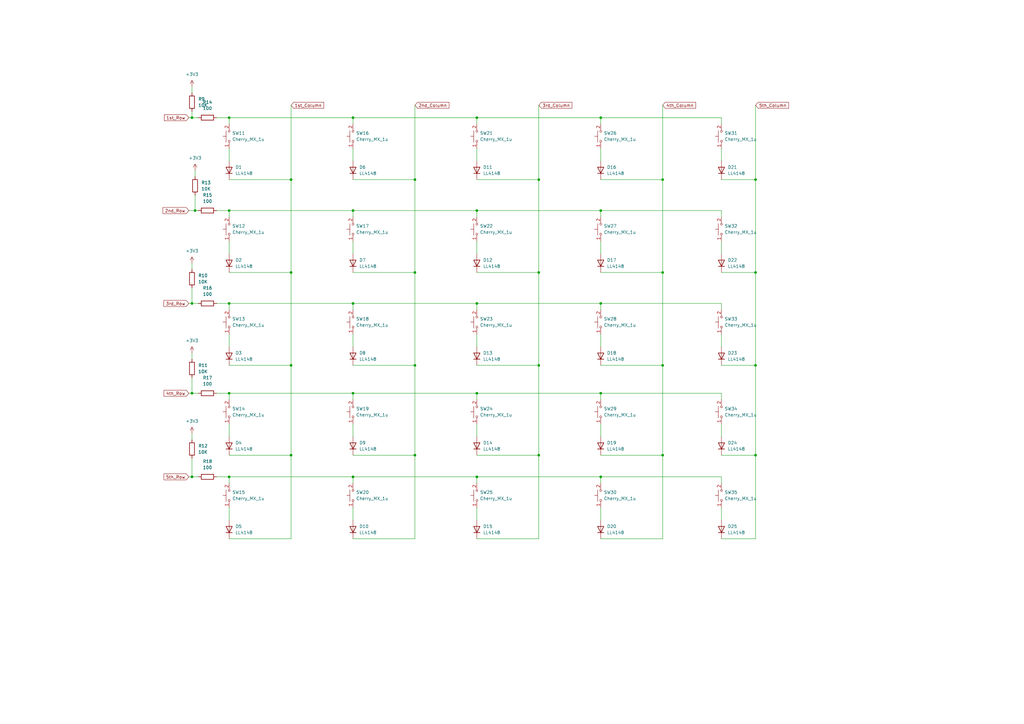
<source format=kicad_sch>
(kicad_sch (version 20211123) (generator eeschema)
  (paper "A3")
  (lib_symbols
    (symbol "Device:R" (pin_numbers hide) (pin_names (offset 0))
      (property "Reference" "R" (at 2.032 0 90))
      (property "Value" "R" (at 0 0 90))
      (symbol "R_0_1"
        (rectangle (start -1.016 -2.54) (end 1.016 2.54) (stroke (width 0.254)))
      )
      (symbol "R_1_1"
        (pin passive line (at 0 3.81 270) (length 1.27) (name "~") (number "1"))
        (pin passive line (at 0 -3.81 90) (length 1.27) (name "~") (number "2"))
      )
    )
    (symbol "Diode:LL4148" (pin_numbers hide) (pin_names (offset 1.016) hide)
      (property "Reference" "D" (at 0 2.54 0))
      (property "Value" "LL4148" (at 0 -2.54 0))
      (symbol "LL4148_0_1"
        (polyline (pts (xy -1.27 1.27) (xy -1.27 -1.27)) (stroke (width 0.254)))
        (polyline (pts (xy 1.27 0) (xy -1.27 0)))
        (polyline (pts (xy 1.27 1.27) (xy 1.27 -1.27) (xy -1.27 0) (xy 1.27 1.27)) (stroke (width 0.254)))
      )
      (symbol "LL4148_1_1"
        (pin passive line (at -3.81 0 0) (length 2.54) (name "K") (number "1"))
        (pin passive line (at 3.81 0 180) (length 2.54) (name "A") (number "2"))
      )
    )
    (symbol "cherry_mx:Cherry_MX_1u"
      (property "Reference" "SW" (at 0 3.81 0))
      (property "Value" "Cherry_MX_1u" (at 0 -3.81 0))
      (symbol "Cherry_MX_1u_0_1"
        (circle (center -2.032 0) (radius 0.3885))
        (polyline (pts (xy -2.54 1.27) (xy 2.286 1.27)))
        (polyline (pts (xy 0 1.27) (xy 0 2.54)))
        (circle (center 2.032 0) (radius 0.381))
      )
      (symbol "Cherry_MX_1u_1_1"
        (pin passive line (at -5.08 0 0) (length 2.54) (name "") (number "1"))
        (pin passive line (at 5.08 0 180) (length 2.54) (name "") (number "2"))
      )
    )
    (symbol "power:+3.3V" (power) (pin_names (offset 0))
      (property "Value" "+3.3V" (at 0 3.556 0))
      (symbol "+3.3V_0_1"
        (polyline (pts (xy -0.762 1.27) (xy 0 2.54)))
        (polyline (pts (xy 0 0) (xy 0 2.54)))
        (polyline (pts (xy 0 2.54) (xy 0.762 1.27)))
      )
      (symbol "+3.3V_1_1"
        (pin power_in line (at 0 0 90) (length 0) hide (name "+3V3") (number "1"))
      )
    )
  )
  (junction (at 93.98 48.26))
  (junction (at 271.78 149.86))
  (junction (at 195.58 124.46))
  (junction (at 246.38 124.46))
  (junction (at 80.01 86.36))
  (junction (at 144.78 48.26))
  (junction (at 144.78 124.46))
  (junction (at 271.78 111.76))
  (junction (at 144.78 161.29))
  (junction (at 119.38 111.76))
  (junction (at 195.58 195.58))
  (junction (at 246.38 195.58))
  (junction (at 78.74 161.29))
  (junction (at 246.38 48.26))
  (junction (at 220.98 73.66))
  (junction (at 220.98 111.76))
  (junction (at 144.78 86.36))
  (junction (at 246.38 86.36))
  (junction (at 93.98 195.58))
  (junction (at 144.78 195.58))
  (junction (at 93.98 86.36))
  (junction (at 170.18 186.69))
  (junction (at 195.58 48.26))
  (junction (at 271.78 73.66))
  (junction (at 195.58 86.36))
  (junction (at 119.38 73.66))
  (junction (at 170.18 111.76))
  (junction (at 195.58 161.29))
  (junction (at 246.38 161.29))
  (junction (at 220.98 149.86))
  (junction (at 271.78 186.69))
  (junction (at 309.88 149.86))
  (junction (at 309.88 186.69))
  (junction (at 78.74 195.58))
  (junction (at 309.88 111.76))
  (junction (at 119.38 149.86))
  (junction (at 220.98 186.69))
  (junction (at 309.88 73.66))
  (junction (at 170.18 149.86))
  (junction (at 78.74 48.26))
  (junction (at 119.38 186.69))
  (junction (at 93.98 124.46))
  (junction (at 78.74 124.46))
  (junction (at 93.98 161.29))
  (junction (at 170.18 73.66))
  (wire (pts (xy 246.38 208.28) (xy 246.38 213.36)))
  (wire (pts (xy 220.98 186.69) (xy 195.58 186.69)))
  (wire (pts (xy 144.78 50.8) (xy 144.78 48.26)))
  (wire (pts (xy 78.74 161.29) (xy 81.28 161.29)))
  (wire (pts (xy 88.9 195.58) (xy 93.98 195.58)))
  (wire (pts (xy 195.58 73.66) (xy 220.98 73.66)))
  (wire (pts (xy 220.98 220.98) (xy 195.58 220.98)))
  (wire (pts (xy 78.74 107.95) (xy 78.74 110.49)))
  (wire (pts (xy 170.18 43.18) (xy 170.18 73.66)))
  (wire (pts (xy 119.38 220.98) (xy 93.98 220.98)))
  (wire (pts (xy 195.58 161.29) (xy 246.38 161.29)))
  (wire (pts (xy 78.74 187.96) (xy 78.74 195.58)))
  (wire (pts (xy 295.91 124.46) (xy 295.91 127)))
  (wire (pts (xy 271.78 220.98) (xy 246.38 220.98)))
  (wire (pts (xy 93.98 173.99) (xy 93.98 179.07)))
  (wire (pts (xy 78.74 195.58) (xy 81.28 195.58)))
  (wire (pts (xy 246.38 195.58) (xy 295.91 195.58)))
  (wire (pts (xy 77.47 195.58) (xy 78.74 195.58)))
  (wire (pts (xy 77.47 86.36) (xy 80.01 86.36)))
  (wire (pts (xy 309.88 149.86) (xy 309.88 186.69)))
  (wire (pts (xy 78.74 177.8) (xy 78.74 180.34)))
  (wire (pts (xy 246.38 195.58) (xy 246.38 198.12)))
  (wire (pts (xy 144.78 73.66) (xy 170.18 73.66)))
  (wire (pts (xy 80.01 86.36) (xy 81.28 86.36)))
  (wire (pts (xy 195.58 137.16) (xy 195.58 142.24)))
  (wire (pts (xy 170.18 111.76) (xy 170.18 149.86)))
  (wire (pts (xy 93.98 127) (xy 93.98 124.46)))
  (wire (pts (xy 246.38 86.36) (xy 246.38 88.9)))
  (wire (pts (xy 195.58 195.58) (xy 195.58 198.12)))
  (wire (pts (xy 309.88 220.98) (xy 295.91 220.98)))
  (wire (pts (xy 220.98 149.86) (xy 220.98 186.69)))
  (wire (pts (xy 309.88 73.66) (xy 309.88 111.76)))
  (wire (pts (xy 309.88 111.76) (xy 309.88 149.86)))
  (wire (pts (xy 295.91 208.28) (xy 295.91 213.36)))
  (wire (pts (xy 93.98 208.28) (xy 93.98 213.36)))
  (wire (pts (xy 309.88 43.18) (xy 309.88 73.66)))
  (wire (pts (xy 93.98 60.96) (xy 93.98 66.04)))
  (wire (pts (xy 119.38 149.86) (xy 93.98 149.86)))
  (wire (pts (xy 80.01 80.01) (xy 80.01 86.36)))
  (wire (pts (xy 119.38 43.18) (xy 119.38 73.66)))
  (wire (pts (xy 220.98 111.76) (xy 220.98 149.86)))
  (wire (pts (xy 295.91 111.76) (xy 309.88 111.76)))
  (wire (pts (xy 170.18 186.69) (xy 170.18 220.98)))
  (wire (pts (xy 93.98 161.29) (xy 144.78 161.29)))
  (wire (pts (xy 78.74 154.94) (xy 78.74 161.29)))
  (wire (pts (xy 246.38 124.46) (xy 295.91 124.46)))
  (wire (pts (xy 78.74 124.46) (xy 81.28 124.46)))
  (wire (pts (xy 144.78 124.46) (xy 144.78 127)))
  (wire (pts (xy 119.38 186.69) (xy 93.98 186.69)))
  (wire (pts (xy 195.58 99.06) (xy 195.58 104.14)))
  (wire (pts (xy 295.91 86.36) (xy 295.91 88.9)))
  (wire (pts (xy 93.98 198.12) (xy 93.98 195.58)))
  (wire (pts (xy 220.98 43.18) (xy 220.98 73.66)))
  (wire (pts (xy 295.91 60.96) (xy 295.91 66.04)))
  (wire (pts (xy 144.78 124.46) (xy 195.58 124.46)))
  (wire (pts (xy 77.47 48.26) (xy 78.74 48.26)))
  (wire (pts (xy 309.88 149.86) (xy 295.91 149.86)))
  (wire (pts (xy 246.38 161.29) (xy 246.38 163.83)))
  (wire (pts (xy 78.74 45.72) (xy 78.74 48.26)))
  (wire (pts (xy 144.78 161.29) (xy 195.58 161.29)))
  (wire (pts (xy 195.58 48.26) (xy 195.58 50.8)))
  (wire (pts (xy 88.9 86.36) (xy 93.98 86.36)))
  (wire (pts (xy 144.78 195.58) (xy 195.58 195.58)))
  (wire (pts (xy 80.01 69.85) (xy 80.01 72.39)))
  (wire (pts (xy 77.47 124.46) (xy 78.74 124.46)))
  (wire (pts (xy 93.98 111.76) (xy 119.38 111.76)))
  (wire (pts (xy 170.18 149.86) (xy 170.18 186.69)))
  (wire (pts (xy 246.38 48.26) (xy 246.38 50.8)))
  (wire (pts (xy 119.38 111.76) (xy 119.38 149.86)))
  (wire (pts (xy 144.78 48.26) (xy 195.58 48.26)))
  (wire (pts (xy 195.58 124.46) (xy 246.38 124.46)))
  (wire (pts (xy 309.88 186.69) (xy 309.88 220.98)))
  (wire (pts (xy 144.78 173.99) (xy 144.78 179.07)))
  (wire (pts (xy 246.38 137.16) (xy 246.38 142.24)))
  (wire (pts (xy 144.78 86.36) (xy 195.58 86.36)))
  (wire (pts (xy 246.38 173.99) (xy 246.38 179.07)))
  (wire (pts (xy 295.91 195.58) (xy 295.91 198.12)))
  (wire (pts (xy 170.18 111.76) (xy 144.78 111.76)))
  (wire (pts (xy 246.38 86.36) (xy 295.91 86.36)))
  (wire (pts (xy 144.78 86.36) (xy 144.78 88.9)))
  (wire (pts (xy 309.88 186.69) (xy 295.91 186.69)))
  (wire (pts (xy 119.38 149.86) (xy 119.38 186.69)))
  (wire (pts (xy 144.78 137.16) (xy 144.78 142.24)))
  (wire (pts (xy 78.74 48.26) (xy 81.28 48.26)))
  (wire (pts (xy 271.78 149.86) (xy 246.38 149.86)))
  (wire (pts (xy 271.78 111.76) (xy 271.78 149.86)))
  (wire (pts (xy 78.74 35.56) (xy 78.74 38.1)))
  (wire (pts (xy 195.58 48.26) (xy 246.38 48.26)))
  (wire (pts (xy 93.98 163.83) (xy 93.98 161.29)))
  (wire (pts (xy 246.38 124.46) (xy 246.38 127)))
  (wire (pts (xy 88.9 48.26) (xy 93.98 48.26)))
  (wire (pts (xy 195.58 161.29) (xy 195.58 163.83)))
  (wire (pts (xy 195.58 86.36) (xy 195.58 88.9)))
  (wire (pts (xy 144.78 208.28) (xy 144.78 213.36)))
  (wire (pts (xy 170.18 186.69) (xy 144.78 186.69)))
  (wire (pts (xy 295.91 173.99) (xy 295.91 179.07)))
  (wire (pts (xy 119.38 73.66) (xy 119.38 111.76)))
  (wire (pts (xy 144.78 195.58) (xy 144.78 198.12)))
  (wire (pts (xy 246.38 60.96) (xy 246.38 66.04)))
  (wire (pts (xy 220.98 73.66) (xy 220.98 111.76)))
  (wire (pts (xy 88.9 161.29) (xy 93.98 161.29)))
  (wire (pts (xy 93.98 86.36) (xy 144.78 86.36)))
  (wire (pts (xy 93.98 73.66) (xy 119.38 73.66)))
  (wire (pts (xy 195.58 208.28) (xy 195.58 213.36)))
  (wire (pts (xy 195.58 195.58) (xy 246.38 195.58)))
  (wire (pts (xy 295.91 48.26) (xy 295.91 50.8)))
  (wire (pts (xy 119.38 186.69) (xy 119.38 220.98)))
  (wire (pts (xy 77.47 161.29) (xy 78.74 161.29)))
  (wire (pts (xy 295.91 73.66) (xy 309.88 73.66)))
  (wire (pts (xy 271.78 149.86) (xy 271.78 186.69)))
  (wire (pts (xy 195.58 124.46) (xy 195.58 127)))
  (wire (pts (xy 93.98 124.46) (xy 144.78 124.46)))
  (wire (pts (xy 246.38 73.66) (xy 271.78 73.66)))
  (wire (pts (xy 144.78 161.29) (xy 144.78 163.83)))
  (wire (pts (xy 295.91 161.29) (xy 295.91 163.83)))
  (wire (pts (xy 271.78 43.18) (xy 271.78 73.66)))
  (wire (pts (xy 246.38 48.26) (xy 295.91 48.26)))
  (wire (pts (xy 271.78 73.66) (xy 271.78 111.76)))
  (wire (pts (xy 246.38 161.29) (xy 295.91 161.29)))
  (wire (pts (xy 93.98 137.16) (xy 93.98 142.24)))
  (wire (pts (xy 295.91 137.16) (xy 295.91 142.24)))
  (wire (pts (xy 93.98 195.58) (xy 144.78 195.58)))
  (wire (pts (xy 246.38 99.06) (xy 246.38 104.14)))
  (wire (pts (xy 195.58 173.99) (xy 195.58 179.07)))
  (wire (pts (xy 220.98 186.69) (xy 220.98 220.98)))
  (wire (pts (xy 195.58 86.36) (xy 246.38 86.36)))
  (wire (pts (xy 170.18 73.66) (xy 170.18 111.76)))
  (wire (pts (xy 271.78 186.69) (xy 271.78 220.98)))
  (wire (pts (xy 93.98 99.06) (xy 93.98 104.14)))
  (wire (pts (xy 271.78 186.69) (xy 246.38 186.69)))
  (wire (pts (xy 93.98 88.9) (xy 93.98 86.36)))
  (wire (pts (xy 195.58 111.76) (xy 220.98 111.76)))
  (wire (pts (xy 88.9 124.46) (xy 93.98 124.46)))
  (wire (pts (xy 78.74 144.78) (xy 78.74 147.32)))
  (wire (pts (xy 144.78 60.96) (xy 144.78 66.04)))
  (wire (pts (xy 144.78 99.06) (xy 144.78 104.14)))
  (wire (pts (xy 246.38 111.76) (xy 271.78 111.76)))
  (wire (pts (xy 93.98 48.26) (xy 144.78 48.26)))
  (wire (pts (xy 195.58 60.96) (xy 195.58 66.04)))
  (wire (pts (xy 295.91 99.06) (xy 295.91 104.14)))
  (wire (pts (xy 220.98 149.86) (xy 195.58 149.86)))
  (wire (pts (xy 170.18 220.98) (xy 144.78 220.98)))
  (wire (pts (xy 93.98 48.26) (xy 93.98 50.8)))
  (wire (pts (xy 78.74 118.11) (xy 78.74 124.46)))
  (wire (pts (xy 170.18 149.86) (xy 144.78 149.86)))
  (global_label "1st_Row" (shape input) (at 77.47 48.26 180) (property "Intersheet References" "${INTERSHEET_REFS}" (effects hide)))
  (global_label "1st_Column" (shape input) (at 119.38 43.18 0) (property "Intersheet References" "${INTERSHEET_REFS}" (effects hide)))
  (global_label "5th_Row" (shape input) (at 77.47 195.58 180) (property "Intersheet References" "${INTERSHEET_REFS}" (effects hide)))
  (global_label "2nd_Column" (shape input) (at 170.18 43.18 0) (property "Intersheet References" "${INTERSHEET_REFS}" (effects hide)))
  (global_label "4th_Column" (shape input) (at 271.78 43.18 0) (property "Intersheet References" "${INTERSHEET_REFS}" (effects hide)))
  (global_label "2nd_Row" (shape input) (at 77.47 86.36 180) (property "Intersheet References" "${INTERSHEET_REFS}" (effects hide)))
  (global_label "5th_Column" (shape input) (at 309.88 43.18 0) (property "Intersheet References" "${INTERSHEET_REFS}" (effects hide)))
  (global_label "3rd_Column" (shape input) (at 220.98 43.18 0) (property "Intersheet References" "${INTERSHEET_REFS}" (effects hide)))
  (global_label "3rd_Row" (shape input) (at 77.47 124.46 180) (property "Intersheet References" "${INTERSHEET_REFS}" (effects hide)))
  (global_label "4th_Row" (shape input) (at 77.47 161.29 180) (property "Intersheet References" "${INTERSHEET_REFS}" (effects hide)))
  (symbol (lib_id "Diode:LL4148") (at 246.38 217.17 90) (unit 1)
    (property "Reference" "D20" (at 248.92 215.8999 90) (effects (justify right)))
    (property "Value" "LL4148" (at 248.92 218.4399 90) (effects (justify right)))
    (property "Footprint" "Diode_SMD:D_MiniMELF" (effects hide))
    (property "Datasheet" "http://www.vishay.com/docs/85557/ll4148.pdf" (effects hide))
  )
  (symbol (lib_id "Diode:LL4148") (at 144.78 182.88 90) (unit 1)
    (property "Reference" "D9" (at 147.32 181.6099 90) (effects (justify right)))
    (property "Value" "LL4148" (at 147.32 184.1499 90) (effects (justify right)))
    (property "Footprint" "Diode_SMD:D_MiniMELF" (effects hide))
    (property "Datasheet" "http://www.vishay.com/docs/85557/ll4148.pdf" (effects hide))
  )
  (symbol (lib_id "Device:R") (at 78.74 41.91 180) (unit 1)
    (property "Reference" "R9" (at 81.28 40.6399 0) (effects (justify right)))
    (property "Value" "10K" (at 81.28 43.1799 0) (effects (justify right)))
    (property "Footprint" "Resistor_SMD:R_0805_2012Metric_Pad1.20x1.40mm_HandSolder" (effects hide))
  )
  (symbol (lib_id "Diode:LL4148") (at 195.58 217.17 90) (unit 1)
    (property "Reference" "D15" (at 198.12 215.8999 90) (effects (justify right)))
    (property "Value" "LL4148" (at 198.12 218.4399 90) (effects (justify right)))
    (property "Footprint" "Diode_SMD:D_MiniMELF" (effects hide))
    (property "Datasheet" "http://www.vishay.com/docs/85557/ll4148.pdf" (effects hide))
  )
  (symbol (lib_id "cherry_mx:Cherry_MX_1u") (at 195.58 168.91 90) (unit 1)
    (property "Reference" "SW24" (at 196.85 167.6399 90) (effects (justify right)))
    (property "Value" "Cherry_MX_1u" (at 196.85 170.1799 90) (effects (justify right)))
    (property "Footprint" "cherry_mx:SW_Cherry_MX_PCB_1.00u" (effects hide))
  )
  (symbol (lib_id "Diode:LL4148") (at 93.98 217.17 90) (unit 1)
    (property "Reference" "D5" (at 96.52 215.8999 90) (effects (justify right)))
    (property "Value" "LL4148" (at 96.52 218.4399 90) (effects (justify right)))
    (property "Footprint" "Diode_SMD:D_MiniMELF" (effects hide))
    (property "Datasheet" "http://www.vishay.com/docs/85557/ll4148.pdf" (effects hide))
  )
  (symbol (lib_id "cherry_mx:Cherry_MX_1u") (at 144.78 168.91 90) (unit 1)
    (property "Reference" "SW19" (at 146.05 167.6399 90) (effects (justify right)))
    (property "Value" "Cherry_MX_1u" (at 146.05 170.1799 90) (effects (justify right)))
    (property "Footprint" "cherry_mx:SW_Cherry_MX_PCB_1.00u" (effects hide))
  )
  (symbol (lib_id "cherry_mx:Cherry_MX_1u") (at 195.58 203.2 90) (unit 1)
    (property "Reference" "SW25" (at 196.85 201.9299 90) (effects (justify right)))
    (property "Value" "Cherry_MX_1u" (at 196.85 204.4699 90) (effects (justify right)))
    (property "Footprint" "cherry_mx:SW_Cherry_MX_PCB_1.00u" (effects hide))
  )
  (symbol (lib_id "cherry_mx:Cherry_MX_1u") (at 295.91 203.2 90) (unit 1)
    (property "Reference" "SW35" (at 297.18 201.9299 90) (effects (justify right)))
    (property "Value" "Cherry_MX_1u" (at 297.18 204.4699 90) (effects (justify right)))
    (property "Footprint" "cherry_mx:SW_Cherry_MX_PCB_1.00u" (effects hide))
  )
  (symbol (lib_id "Diode:LL4148") (at 93.98 107.95 90) (unit 1)
    (property "Reference" "D2" (at 96.52 106.6799 90) (effects (justify right)))
    (property "Value" "LL4148" (at 96.52 109.2199 90) (effects (justify right)))
    (property "Footprint" "Diode_SMD:D_MiniMELF" (effects hide))
    (property "Datasheet" "http://www.vishay.com/docs/85557/ll4148.pdf" (effects hide))
  )
  (symbol (lib_id "cherry_mx:Cherry_MX_1u") (at 246.38 93.98 90) (unit 1)
    (property "Reference" "SW27" (at 247.65 92.7099 90) (effects (justify right)))
    (property "Value" "Cherry_MX_1u" (at 247.65 95.2499 90) (effects (justify right)))
    (property "Footprint" "cherry_mx:SW_Cherry_MX_PCB_1.00u" (effects hide))
  )
  (symbol (lib_id "power:+3.3V") (at 80.01 69.85 0) (unit 1)
    (property "Reference" "#PWR0170" (effects hide))
    (property "Value" "+3.3V" (at 80.01 64.77 0))
  )
  (symbol (lib_id "cherry_mx:Cherry_MX_1u") (at 295.91 168.91 90) (unit 1)
    (property "Reference" "SW34" (at 297.18 167.6399 90) (effects (justify right)))
    (property "Value" "Cherry_MX_1u" (at 297.18 170.1799 90) (effects (justify right)))
    (property "Footprint" "cherry_mx:SW_Cherry_MX_PCB_1.00u" (effects hide))
  )
  (symbol (lib_id "cherry_mx:Cherry_MX_1u") (at 195.58 55.88 90) (unit 1)
    (property "Reference" "SW21" (at 196.85 54.6099 90) (effects (justify right)))
    (property "Value" "Cherry_MX_1u" (at 196.85 57.1499 90) (effects (justify right)))
    (property "Footprint" "cherry_mx:SW_Cherry_MX_PCB_1.00u" (effects hide))
  )
  (symbol (lib_id "power:+3.3V") (at 78.74 35.56 0) (unit 1)
    (property "Reference" "#PWR0171" (effects hide))
    (property "Value" "+3.3V" (at 78.74 30.48 0))
  )
  (symbol (lib_id "Diode:LL4148") (at 195.58 107.95 90) (unit 1)
    (property "Reference" "D12" (at 198.12 106.6799 90) (effects (justify right)))
    (property "Value" "LL4148" (at 198.12 109.2199 90) (effects (justify right)))
    (property "Footprint" "Diode_SMD:D_MiniMELF" (effects hide))
    (property "Datasheet" "http://www.vishay.com/docs/85557/ll4148.pdf" (effects hide))
  )
  (symbol (lib_id "cherry_mx:Cherry_MX_1u") (at 93.98 132.08 90) (unit 1)
    (property "Reference" "SW13" (at 95.25 130.8099 90) (effects (justify right)))
    (property "Value" "Cherry_MX_1u" (at 95.25 133.3499 90) (effects (justify right)))
    (property "Footprint" "cherry_mx:SW_Cherry_MX_PCB_1.00u" (effects hide))
  )
  (symbol (lib_id "cherry_mx:Cherry_MX_1u") (at 295.91 55.88 90) (unit 1)
    (property "Reference" "SW31" (at 297.18 54.6099 90) (effects (justify right)))
    (property "Value" "Cherry_MX_1u" (at 297.18 57.1499 90) (effects (justify right)))
    (property "Footprint" "cherry_mx:SW_Cherry_MX_PCB_1.00u" (effects hide))
  )
  (symbol (lib_id "cherry_mx:Cherry_MX_1u") (at 144.78 93.98 90) (unit 1)
    (property "Reference" "SW17" (at 146.05 92.7099 90) (effects (justify right)))
    (property "Value" "Cherry_MX_1u" (at 146.05 95.2499 90) (effects (justify right)))
    (property "Footprint" "cherry_mx:SW_Cherry_MX_PCB_1.00u" (effects hide))
  )
  (symbol (lib_id "Diode:LL4148") (at 144.78 146.05 90) (unit 1)
    (property "Reference" "D8" (at 147.32 144.7799 90) (effects (justify right)))
    (property "Value" "LL4148" (at 147.32 147.3199 90) (effects (justify right)))
    (property "Footprint" "Diode_SMD:D_MiniMELF" (effects hide))
    (property "Datasheet" "http://www.vishay.com/docs/85557/ll4148.pdf" (effects hide))
  )
  (symbol (lib_id "cherry_mx:Cherry_MX_1u") (at 93.98 93.98 90) (unit 1)
    (property "Reference" "SW12" (at 95.25 92.7099 90) (effects (justify right)))
    (property "Value" "Cherry_MX_1u" (at 95.25 95.2499 90) (effects (justify right)))
    (property "Footprint" "cherry_mx:SW_Cherry_MX_PCB_1.00u" (effects hide))
  )
  (symbol (lib_id "cherry_mx:Cherry_MX_1u") (at 93.98 203.2 90) (unit 1)
    (property "Reference" "SW15" (at 95.25 201.9299 90) (effects (justify right)))
    (property "Value" "Cherry_MX_1u" (at 95.25 204.4699 90) (effects (justify right)))
    (property "Footprint" "cherry_mx:SW_Cherry_MX_PCB_1.00u" (effects hide))
  )
  (symbol (lib_id "Diode:LL4148") (at 195.58 182.88 90) (unit 1)
    (property "Reference" "D14" (at 198.12 181.6099 90) (effects (justify right)))
    (property "Value" "LL4148" (at 198.12 184.1499 90) (effects (justify right)))
    (property "Footprint" "Diode_SMD:D_MiniMELF" (effects hide))
    (property "Datasheet" "http://www.vishay.com/docs/85557/ll4148.pdf" (effects hide))
  )
  (symbol (lib_id "cherry_mx:Cherry_MX_1u") (at 195.58 132.08 90) (unit 1)
    (property "Reference" "SW23" (at 196.85 130.8099 90) (effects (justify right)))
    (property "Value" "Cherry_MX_1u" (at 196.85 133.3499 90) (effects (justify right)))
    (property "Footprint" "cherry_mx:SW_Cherry_MX_PCB_1.00u" (effects hide))
  )
  (symbol (lib_id "Device:R") (at 85.09 161.29 90) (unit 1)
    (property "Reference" "R17" (at 85.09 154.94 90))
    (property "Value" "100" (at 85.09 157.48 90))
    (property "Footprint" "Resistor_SMD:R_0805_2012Metric_Pad1.20x1.40mm_HandSolder" (effects hide))
  )
  (symbol (lib_id "cherry_mx:Cherry_MX_1u") (at 144.78 132.08 90) (unit 1)
    (property "Reference" "SW18" (at 146.05 130.8099 90) (effects (justify right)))
    (property "Value" "Cherry_MX_1u" (at 146.05 133.3499 90) (effects (justify right)))
    (property "Footprint" "cherry_mx:SW_Cherry_MX_PCB_1.00u" (effects hide))
  )
  (symbol (lib_id "Diode:LL4148") (at 246.38 182.88 90) (unit 1)
    (property "Reference" "D19" (at 248.92 181.6099 90) (effects (justify right)))
    (property "Value" "LL4148" (at 248.92 184.1499 90) (effects (justify right)))
    (property "Footprint" "Diode_SMD:D_MiniMELF" (effects hide))
    (property "Datasheet" "http://www.vishay.com/docs/85557/ll4148.pdf" (effects hide))
  )
  (symbol (lib_id "cherry_mx:Cherry_MX_1u") (at 246.38 168.91 90) (unit 1)
    (property "Reference" "SW29" (at 247.65 167.6399 90) (effects (justify right)))
    (property "Value" "Cherry_MX_1u" (at 247.65 170.1799 90) (effects (justify right)))
    (property "Footprint" "cherry_mx:SW_Cherry_MX_PCB_1.00u" (effects hide))
  )
  (symbol (lib_id "power:+3.3V") (at 78.74 144.78 0) (unit 1)
    (property "Reference" "#PWR0173" (effects hide))
    (property "Value" "+3.3V" (at 78.74 139.7 0))
  )
  (symbol (lib_id "cherry_mx:Cherry_MX_1u") (at 295.91 132.08 90) (unit 1)
    (property "Reference" "SW33" (at 297.18 130.8099 90) (effects (justify right)))
    (property "Value" "Cherry_MX_1u" (at 297.18 133.3499 90) (effects (justify right)))
    (property "Footprint" "cherry_mx:SW_Cherry_MX_PCB_1.00u" (effects hide))
  )
  (symbol (lib_id "Device:R") (at 85.09 195.58 90) (unit 1)
    (property "Reference" "R18" (at 85.09 189.23 90))
    (property "Value" "100" (at 85.09 191.77 90))
    (property "Footprint" "Resistor_SMD:R_0805_2012Metric_Pad1.20x1.40mm_HandSolder" (effects hide))
  )
  (symbol (lib_id "Diode:LL4148") (at 144.78 217.17 90) (unit 1)
    (property "Reference" "D10" (at 147.32 215.8999 90) (effects (justify right)))
    (property "Value" "LL4148" (at 147.32 218.4399 90) (effects (justify right)))
    (property "Footprint" "Diode_SMD:D_MiniMELF" (effects hide))
    (property "Datasheet" "http://www.vishay.com/docs/85557/ll4148.pdf" (effects hide))
  )
  (symbol (lib_id "Diode:LL4148") (at 295.91 107.95 90) (unit 1)
    (property "Reference" "D22" (at 298.45 106.6799 90) (effects (justify right)))
    (property "Value" "LL4148" (at 298.45 109.2199 90) (effects (justify right)))
    (property "Footprint" "Diode_SMD:D_MiniMELF" (effects hide))
    (property "Datasheet" "http://www.vishay.com/docs/85557/ll4148.pdf" (effects hide))
  )
  (symbol (lib_id "Device:R") (at 85.09 124.46 90) (unit 1)
    (property "Reference" "R16" (at 85.09 118.11 90))
    (property "Value" "100" (at 85.09 120.65 90))
    (property "Footprint" "Resistor_SMD:R_0805_2012Metric_Pad1.20x1.40mm_HandSolder" (effects hide))
  )
  (symbol (lib_id "Diode:LL4148") (at 93.98 182.88 90) (unit 1)
    (property "Reference" "D4" (at 96.52 181.6099 90) (effects (justify right)))
    (property "Value" "LL4148" (at 96.52 184.1499 90) (effects (justify right)))
    (property "Footprint" "Diode_SMD:D_MiniMELF" (effects hide))
    (property "Datasheet" "http://www.vishay.com/docs/85557/ll4148.pdf" (effects hide))
  )
  (symbol (lib_id "power:+3.3V") (at 78.74 177.8 0) (unit 1)
    (property "Reference" "#PWR0174" (effects hide))
    (property "Value" "+3.3V" (at 78.74 172.72 0))
  )
  (symbol (lib_id "Device:R") (at 85.09 86.36 90) (unit 1)
    (property "Reference" "R15" (at 85.09 80.01 90))
    (property "Value" "100" (at 85.09 82.55 90))
    (property "Footprint" "Resistor_SMD:R_0805_2012Metric_Pad1.20x1.40mm_HandSolder" (effects hide))
  )
  (symbol (lib_id "Diode:LL4148") (at 246.38 146.05 90) (unit 1)
    (property "Reference" "D18" (at 248.92 144.7799 90) (effects (justify right)))
    (property "Value" "LL4148" (at 248.92 147.3199 90) (effects (justify right)))
    (property "Footprint" "Diode_SMD:D_MiniMELF" (effects hide))
    (property "Datasheet" "http://www.vishay.com/docs/85557/ll4148.pdf" (effects hide))
  )
  (symbol (lib_id "Diode:LL4148") (at 295.91 69.85 90) (unit 1)
    (property "Reference" "D21" (at 298.45 68.5799 90) (effects (justify right)))
    (property "Value" "LL4148" (at 298.45 71.1199 90) (effects (justify right)))
    (property "Footprint" "Diode_SMD:D_MiniMELF" (effects hide))
    (property "Datasheet" "http://www.vishay.com/docs/85557/ll4148.pdf" (effects hide))
  )
  (symbol (lib_id "Diode:LL4148") (at 93.98 146.05 90) (unit 1)
    (property "Reference" "D3" (at 96.52 144.7799 90) (effects (justify right)))
    (property "Value" "LL4148" (at 96.52 147.3199 90) (effects (justify right)))
    (property "Footprint" "Diode_SMD:D_MiniMELF" (effects hide))
    (property "Datasheet" "http://www.vishay.com/docs/85557/ll4148.pdf" (effects hide))
  )
  (symbol (lib_id "Device:R") (at 80.01 76.2 180) (unit 1)
    (property "Reference" "R13" (at 82.55 74.9299 0) (effects (justify right)))
    (property "Value" "10K" (at 82.55 77.4699 0) (effects (justify right)))
    (property "Footprint" "Resistor_SMD:R_0805_2012Metric_Pad1.20x1.40mm_HandSolder" (effects hide))
  )
  (symbol (lib_id "cherry_mx:Cherry_MX_1u") (at 295.91 93.98 90) (unit 1)
    (property "Reference" "SW32" (at 297.18 92.7099 90) (effects (justify right)))
    (property "Value" "Cherry_MX_1u" (at 297.18 95.2499 90) (effects (justify right)))
    (property "Footprint" "cherry_mx:SW_Cherry_MX_PCB_1.00u" (effects hide))
  )
  (symbol (lib_id "Diode:LL4148") (at 295.91 182.88 90) (unit 1)
    (property "Reference" "D24" (at 298.45 181.6099 90) (effects (justify right)))
    (property "Value" "LL4148" (at 298.45 184.1499 90) (effects (justify right)))
    (property "Footprint" "Diode_SMD:D_MiniMELF" (effects hide))
    (property "Datasheet" "http://www.vishay.com/docs/85557/ll4148.pdf" (effects hide))
  )
  (symbol (lib_id "Diode:LL4148") (at 246.38 107.95 90) (unit 1)
    (property "Reference" "D17" (at 248.92 106.6799 90) (effects (justify right)))
    (property "Value" "LL4148" (at 248.92 109.2199 90) (effects (justify right)))
    (property "Footprint" "Diode_SMD:D_MiniMELF" (effects hide))
    (property "Datasheet" "http://www.vishay.com/docs/85557/ll4148.pdf" (effects hide))
  )
  (symbol (lib_id "Diode:LL4148") (at 144.78 69.85 90) (unit 1)
    (property "Reference" "D6" (at 147.32 68.5799 90) (effects (justify right)))
    (property "Value" "LL4148" (at 147.32 71.1199 90) (effects (justify right)))
    (property "Footprint" "Diode_SMD:D_MiniMELF" (effects hide))
    (property "Datasheet" "http://www.vishay.com/docs/85557/ll4148.pdf" (effects hide))
  )
  (symbol (lib_id "cherry_mx:Cherry_MX_1u") (at 246.38 203.2 90) (unit 1)
    (property "Reference" "SW30" (at 247.65 201.9299 90) (effects (justify right)))
    (property "Value" "Cherry_MX_1u" (at 247.65 204.4699 90) (effects (justify right)))
    (property "Footprint" "cherry_mx:SW_Cherry_MX_PCB_1.00u" (effects hide))
  )
  (symbol (lib_id "Diode:LL4148") (at 295.91 146.05 90) (unit 1)
    (property "Reference" "D23" (at 298.45 144.7799 90) (effects (justify right)))
    (property "Value" "LL4148" (at 298.45 147.3199 90) (effects (justify right)))
    (property "Footprint" "Diode_SMD:D_MiniMELF" (effects hide))
    (property "Datasheet" "http://www.vishay.com/docs/85557/ll4148.pdf" (effects hide))
  )
  (symbol (lib_id "Diode:LL4148") (at 195.58 146.05 90) (unit 1)
    (property "Reference" "D13" (at 198.12 144.7799 90) (effects (justify right)))
    (property "Value" "LL4148" (at 198.12 147.3199 90) (effects (justify right)))
    (property "Footprint" "Diode_SMD:D_MiniMELF" (effects hide))
    (property "Datasheet" "http://www.vishay.com/docs/85557/ll4148.pdf" (effects hide))
  )
  (symbol (lib_id "cherry_mx:Cherry_MX_1u") (at 246.38 132.08 90) (unit 1)
    (property "Reference" "SW28" (at 247.65 130.8099 90) (effects (justify right)))
    (property "Value" "Cherry_MX_1u" (at 247.65 133.3499 90) (effects (justify right)))
    (property "Footprint" "cherry_mx:SW_Cherry_MX_PCB_1.00u" (effects hide))
  )
  (symbol (lib_id "Device:R") (at 85.09 48.26 90) (unit 1)
    (property "Reference" "R14" (at 85.09 41.91 90))
    (property "Value" "100" (at 85.09 44.45 90))
    (property "Footprint" "Resistor_SMD:R_0805_2012Metric_Pad1.20x1.40mm_HandSolder" (effects hide))
  )
  (symbol (lib_id "Diode:LL4148") (at 195.58 69.85 90) (unit 1)
    (property "Reference" "D11" (at 198.12 68.5799 90) (effects (justify right)))
    (property "Value" "LL4148" (at 198.12 71.1199 90) (effects (justify right)))
    (property "Footprint" "Diode_SMD:D_MiniMELF" (effects hide))
    (property "Datasheet" "http://www.vishay.com/docs/85557/ll4148.pdf" (effects hide))
  )
  (symbol (lib_id "power:+3.3V") (at 78.74 107.95 0) (unit 1)
    (property "Reference" "#PWR0172" (effects hide))
    (property "Value" "+3.3V" (at 78.74 102.87 0))
  )
  (symbol (lib_id "Diode:LL4148") (at 93.98 69.85 90) (unit 1)
    (property "Reference" "D1" (at 96.52 68.5799 90) (effects (justify right)))
    (property "Value" "LL4148" (at 96.52 71.1199 90) (effects (justify right)))
    (property "Footprint" "Diode_SMD:D_MiniMELF" (effects hide))
    (property "Datasheet" "http://www.vishay.com/docs/85557/ll4148.pdf" (effects hide))
  )
  (symbol (lib_id "cherry_mx:Cherry_MX_1u") (at 144.78 203.2 90) (unit 1)
    (property "Reference" "SW20" (at 146.05 201.9299 90) (effects (justify right)))
    (property "Value" "Cherry_MX_1u" (at 146.05 204.4699 90) (effects (justify right)))
    (property "Footprint" "cherry_mx:SW_Cherry_MX_PCB_1.00u" (effects hide))
  )
  (symbol (lib_id "Diode:LL4148") (at 295.91 217.17 90) (unit 1)
    (property "Reference" "D25" (at 298.45 215.8999 90) (effects (justify right)))
    (property "Value" "LL4148" (at 298.45 218.4399 90) (effects (justify right)))
    (property "Footprint" "Diode_SMD:D_MiniMELF" (effects hide))
    (property "Datasheet" "http://www.vishay.com/docs/85557/ll4148.pdf" (effects hide))
  )
  (symbol (lib_id "Diode:LL4148") (at 144.78 107.95 90) (unit 1)
    (property "Reference" "D7" (at 147.32 106.6799 90) (effects (justify right)))
    (property "Value" "LL4148" (at 147.32 109.2199 90) (effects (justify right)))
    (property "Footprint" "Diode_SMD:D_MiniMELF" (effects hide))
    (property "Datasheet" "http://www.vishay.com/docs/85557/ll4148.pdf" (effects hide))
  )
  (symbol (lib_id "cherry_mx:Cherry_MX_1u") (at 195.58 93.98 90) (unit 1)
    (property "Reference" "SW22" (at 196.85 92.7099 90) (effects (justify right)))
    (property "Value" "Cherry_MX_1u" (at 196.85 95.2499 90) (effects (justify right)))
    (property "Footprint" "cherry_mx:SW_Cherry_MX_PCB_1.00u" (effects hide))
  )
  (symbol (lib_id "cherry_mx:Cherry_MX_1u") (at 246.38 55.88 90) (unit 1)
    (property "Reference" "SW26" (at 247.65 54.6099 90) (effects (justify right)))
    (property "Value" "Cherry_MX_1u" (at 247.65 57.1499 90) (effects (justify right)))
    (property "Footprint" "cherry_mx:SW_Cherry_MX_PCB_1.00u" (effects hide))
  )
  (symbol (lib_id "Diode:LL4148") (at 246.38 69.85 90) (unit 1)
    (property "Reference" "D16" (at 248.92 68.5799 90) (effects (justify right)))
    (property "Value" "LL4148" (at 248.92 71.1199 90) (effects (justify right)))
    (property "Footprint" "Diode_SMD:D_MiniMELF" (effects hide))
    (property "Datasheet" "http://www.vishay.com/docs/85557/ll4148.pdf" (effects hide))
  )
  (symbol (lib_id "Device:R") (at 78.74 184.15 180) (unit 1)
    (property "Reference" "R12" (at 81.28 182.8799 0) (effects (justify right)))
    (property "Value" "10K" (at 81.28 185.4199 0) (effects (justify right)))
    (property "Footprint" "Resistor_SMD:R_0805_2012Metric_Pad1.20x1.40mm_HandSolder" (effects hide))
  )
  (symbol (lib_id "cherry_mx:Cherry_MX_1u") (at 93.98 168.91 90) (unit 1)
    (property "Reference" "SW14" (at 95.25 167.6399 90) (effects (justify right)))
    (property "Value" "Cherry_MX_1u" (at 95.25 170.1799 90) (effects (justify right)))
    (property "Footprint" "cherry_mx:SW_Cherry_MX_PCB_1.00u" (effects hide))
  )
  (symbol (lib_id "Device:R") (at 78.74 151.13 180) (unit 1)
    (property "Reference" "R11" (at 81.28 149.8599 0) (effects (justify right)))
    (property "Value" "10K" (at 81.28 152.3999 0) (effects (justify right)))
    (property "Footprint" "Resistor_SMD:R_0805_2012Metric_Pad1.20x1.40mm_HandSolder" (effects hide))
  )
  (symbol (lib_id "cherry_mx:Cherry_MX_1u") (at 144.78 55.88 90) (unit 1)
    (property "Reference" "SW16" (at 146.05 54.6099 90) (effects (justify right)))
    (property "Value" "Cherry_MX_1u" (at 146.05 57.1499 90) (effects (justify right)))
    (property "Footprint" "cherry_mx:SW_Cherry_MX_PCB_1.00u" (effects hide))
  )
  (symbol (lib_id "Device:R") (at 78.74 114.3 180) (unit 1)
    (property "Reference" "R10" (at 81.28 113.0299 0) (effects (justify right)))
    (property "Value" "10K" (at 81.28 115.5699 0) (effects (justify right)))
    (property "Footprint" "Resistor_SMD:R_0805_2012Metric_Pad1.20x1.40mm_HandSolder" (effects hide))
  )
  (symbol (lib_id "cherry_mx:Cherry_MX_1u") (at 93.98 55.88 90) (unit 1)
    (property "Reference" "SW11" (at 95.25 54.6099 90) (effects (justify right)))
    (property "Value" "Cherry_MX_1u" (at 95.25 57.1499 90) (effects (justify right)))
    (property "Footprint" "cherry_mx:SW_Cherry_MX_PCB_1.00u" (effects hide))
  )
)
</source>
